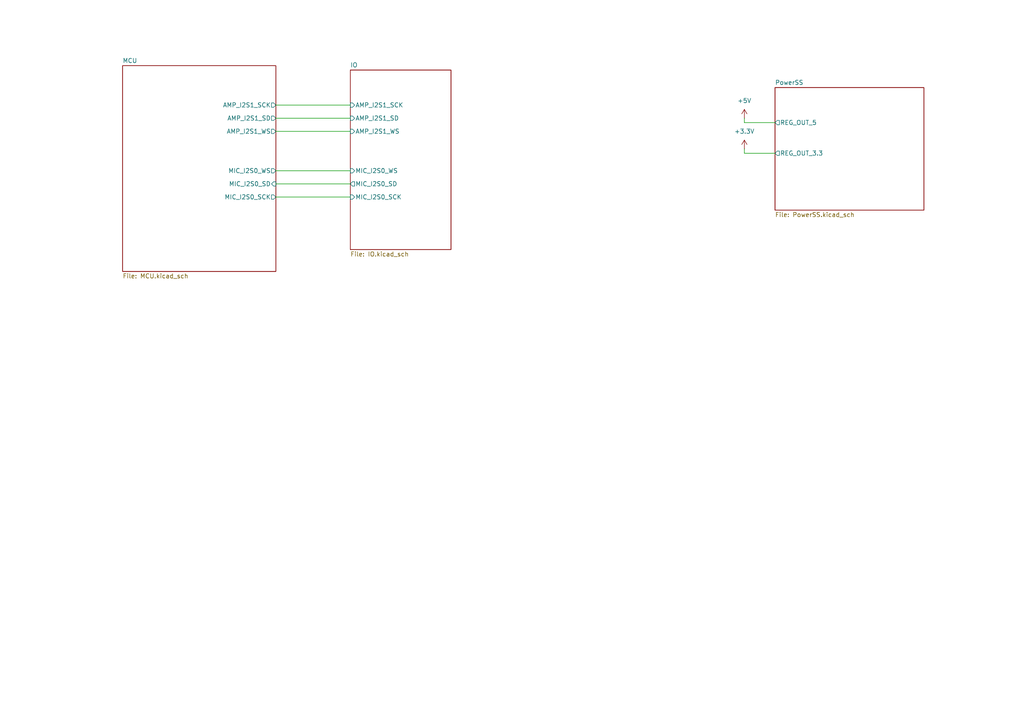
<source format=kicad_sch>
(kicad_sch (version 20250114) (generator "eeschema") (generator_version "9.0")
  (paper "A4")
  (lib_symbols
    (symbol "power:+3.3V" (power) (pin_numbers (hide yes)) (pin_names (offset 0) (hide yes))
      (property "Value" "+3.3V" (at 0 3.556 0))
      (symbol "+3.3V_0_1"
        (polyline (pts (xy -0.762 1.27) (xy 0 2.54)))
        (polyline (pts (xy 0 2.54) (xy 0.762 1.27)))
        (polyline (pts (xy 0 0) (xy 0 2.54)))
      )
      (symbol "+3.3V_1_1"
        (pin power_in line (at 0 0 90) (length 0) (name "~") (number "1"))
      )
    )
    (symbol "power:+5V" (power) (pin_numbers (hide yes)) (pin_names (offset 0) (hide yes))
      (property "Value" "+5V" (at 0 3.556 0))
      (symbol "+5V_0_1"
        (polyline (pts (xy -0.762 1.27) (xy 0 2.54)))
        (polyline (pts (xy 0 2.54) (xy 0.762 1.27)))
        (polyline (pts (xy 0 0) (xy 0 2.54)))
      )
      (symbol "+5V_1_1"
        (pin power_in line (at 0 0 90) (length 0) (name "~") (number "1"))
      )
    )
  )
  (wire (pts (xy 224.79 35.56) (xy 215.9 35.56)))
  (wire (pts (xy 80.01 30.48) (xy 101.6 30.48)))
  (wire (pts (xy 224.79 44.45) (xy 215.9 44.45)))
  (wire (pts (xy 80.01 34.29) (xy 101.6 34.29)))
  (wire (pts (xy 80.01 38.1) (xy 101.6 38.1)))
  (wire (pts (xy 215.9 43.18) (xy 215.9 44.45)))
  (wire (pts (xy 80.01 49.53) (xy 101.6 49.53)))
  (wire (pts (xy 80.01 53.34) (xy 101.6 53.34)))
  (wire (pts (xy 80.01 57.15) (xy 101.6 57.15)))
  (wire (pts (xy 215.9 34.29) (xy 215.9 35.56)))
  (symbol (lib_id "power:+3.3V") (at 215.9 43.18 0) (unit 1)
    (property "Reference" "#PWR0102" (effects (hide yes)))
    (property "Value" "+3.3V" (at 215.9 38.1 0))
    (property "Description" "Power symbol creates a global label with name \"+3.3V\"" (effects (hide yes)))
  )
  (symbol (lib_id "power:+5V") (at 215.9 34.29 0) (unit 1)
    (property "Reference" "#PWR0101" (effects (hide yes)))
    (property "Value" "+5V" (at 215.9 29.21 0))
    (property "Description" "Power symbol creates a global label with name \"+5V\"" (effects (hide yes)))
  )
  (sheet (at 224.79 25.4) (size 43.18 35.56) (stroke (width 0.1524))
    (property "Sheetname" "PowerSS" (at 224.79 24.6884 0) (effects (justify left bottom)))
    (property "Sheetfile" "PowerSS.kicad_sch" (at 224.79 61.5446 0) (effects (justify left top)))
    (pin "REG_OUT_5" output (at 224.79 35.56 180))
    (pin "REG_OUT_3.3" output (at 224.79 44.45 180))
  )
  (sheet (at 35.56 19.05) (size 44.45 59.69) (stroke (width 0.1524))
    (property "Sheetname" "MCU" (at 35.56 18.3384 0) (effects (justify left bottom)))
    (property "Sheetfile" "MCU.kicad_sch" (at 35.56 79.3246 0) (effects (justify left top)))
    (pin "AMP_I2S1_WS" output (at 80.01 38.1 0))
    (pin "AMP_I2S1_SCK" output (at 80.01 30.48 0))
    (pin "AMP_I2S1_SD" output (at 80.01 34.29 0))
    (pin "MIC_I2S0_WS" output (at 80.01 49.53 0))
    (pin "MIC_I2S0_SCK" output (at 80.01 57.15 0))
    (pin "MIC_I2S0_SD" input (at 80.01 53.34 0))
  )
  (sheet (at 101.6 20.32) (size 29.21 52.07) (stroke (width 0.1524))
    (property "Sheetname" "IO" (at 101.6 19.6084 0) (effects (justify left bottom)))
    (property "Sheetfile" "IO.kicad_sch" (at 101.6 72.9746 0) (effects (justify left top)))
    (pin "MIC_I2S0_SD" output (at 101.6 53.34 180))
    (pin "AMP_I2S1_SCK" input (at 101.6 30.48 180))
    (pin "MIC_I2S0_WS" input (at 101.6 49.53 180))
    (pin "MIC_I2S0_SCK" input (at 101.6 57.15 180))
    (pin "AMP_I2S1_SD" input (at 101.6 34.29 180))
    (pin "AMP_I2S1_WS" input (at 101.6 38.1 180))
  )
)
</source>
